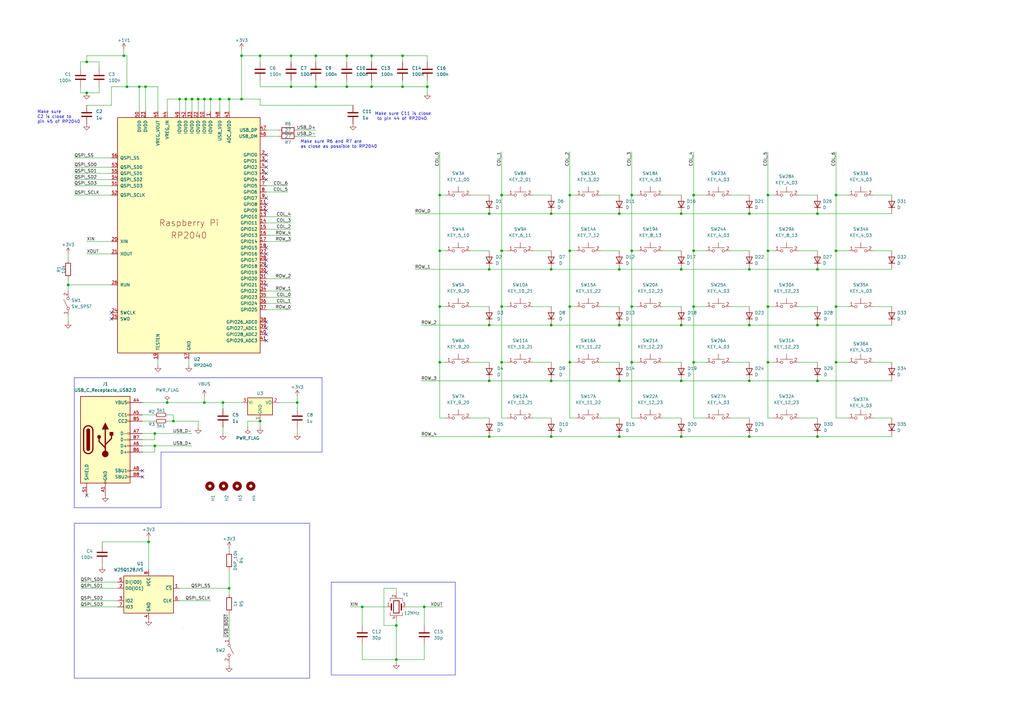
<source format=kicad_sch>
(kicad_sch (version 20231120) (generator "eeschema") (generator_version "8.0")
  (paper "A3")
  (junction (at 284.48 80.01))
  (junction (at 57.15 35.56))
  (junction (at 59.69 35.56))
  (junction (at 205.74 80.01))
  (junction (at 78.74 40.64))
  (junction (at 162.56 256.54))
  (junction (at 60.96 222.25))
  (junction (at 35.56 38.1))
  (junction (at 71.12 172.72))
  (junction (at 254 133.35))
  (junction (at 233.68 102.87))
  (junction (at 307.34 110.49))
  (junction (at 76.2 40.64))
  (junction (at 180.34 148.59))
  (junction (at 121.92 165.1))
  (junction (at 86.36 40.64))
  (junction (at 342.9 125.73))
  (junction (at 279.4 87.63))
  (junction (at 165.1 35.56))
  (junction (at 335.28 179.07))
  (junction (at 205.74 102.87))
  (junction (at 73.66 40.64))
  (junction (at 99.06 22.86))
  (junction (at 106.68 172.72))
  (junction (at 119.38 22.86))
  (junction (at 35.56 25.4))
  (junction (at 63.5 177.8))
  (junction (at 175.26 35.56))
  (junction (at 233.68 148.59))
  (junction (at 90.17 40.64))
  (junction (at 162.56 270.51))
  (junction (at 226.06 179.07))
  (junction (at 342.9 148.59))
  (junction (at 254 179.07))
  (junction (at 173.99 248.92))
  (junction (at 307.34 133.35))
  (junction (at 205.74 148.59))
  (junction (at 342.9 80.01))
  (junction (at 279.4 133.35))
  (junction (at 119.38 35.56))
  (junction (at 83.82 40.64))
  (junction (at 226.06 133.35))
  (junction (at 205.74 125.73))
  (junction (at 254 156.21))
  (junction (at 279.4 110.49))
  (junction (at 307.34 179.07))
  (junction (at 50.8 22.86))
  (junction (at 259.08 125.73))
  (junction (at 152.4 22.86))
  (junction (at 335.28 156.21))
  (junction (at 314.96 148.59))
  (junction (at 284.48 125.73))
  (junction (at 279.4 156.21))
  (junction (at 254 87.63))
  (junction (at 142.24 35.56))
  (junction (at 68.58 165.1))
  (junction (at 129.54 35.56))
  (junction (at 233.68 80.01))
  (junction (at 52.07 35.56))
  (junction (at 180.34 125.73))
  (junction (at 27.94 116.84))
  (junction (at 314.96 102.87))
  (junction (at 342.9 102.87))
  (junction (at 142.24 22.86))
  (junction (at 314.96 125.73))
  (junction (at 165.1 22.86))
  (junction (at 91.44 165.1))
  (junction (at 259.08 148.59))
  (junction (at 200.66 87.63))
  (junction (at 93.98 40.64))
  (junction (at 81.28 40.64))
  (junction (at 129.54 22.86))
  (junction (at 335.28 87.63))
  (junction (at 200.66 156.21))
  (junction (at 259.08 102.87))
  (junction (at 226.06 156.21))
  (junction (at 200.66 110.49))
  (junction (at 152.4 35.56))
  (junction (at 180.34 102.87))
  (junction (at 284.48 102.87))
  (junction (at 180.34 80.01))
  (junction (at 200.66 133.35))
  (junction (at 279.4 179.07))
  (junction (at 148.59 248.92))
  (junction (at 307.34 87.63))
  (junction (at 307.34 156.21))
  (junction (at 200.66 179.07))
  (junction (at 226.06 87.63))
  (junction (at 93.98 241.3))
  (junction (at 254 110.49))
  (junction (at 226.06 110.49))
  (junction (at 233.68 125.73))
  (junction (at 259.08 80.01))
  (junction (at 284.48 148.59))
  (junction (at 314.96 80.01))
  (junction (at 83.82 165.1))
  (junction (at 106.68 22.86))
  (junction (at 99.06 40.64))
  (junction (at 335.28 110.49))
  (junction (at 63.5 182.88))
  (junction (at 335.28 133.35))
  (no_connect (at 109.22 137.16))
  (no_connect (at 109.22 63.5))
  (no_connect (at 109.22 111.76))
  (no_connect (at 109.22 109.22))
  (no_connect (at 109.22 66.04))
  (no_connect (at 109.22 68.58))
  (no_connect (at 109.22 86.36))
  (no_connect (at 109.22 132.08))
  (no_connect (at 35.56 203.2))
  (no_connect (at 109.22 83.82))
  (no_connect (at 109.22 73.66))
  (no_connect (at 58.42 193.04))
  (no_connect (at 45.72 128.27))
  (no_connect (at 109.22 139.7))
  (no_connect (at 109.22 106.68))
  (no_connect (at 58.42 195.58))
  (no_connect (at 109.22 104.14))
  (no_connect (at 109.22 101.6))
  (no_connect (at 109.22 81.28))
  (no_connect (at 109.22 116.84))
  (no_connect (at 109.22 134.62))
  (no_connect (at 45.72 130.81))
  (no_connect (at 109.22 71.12))
  (wire (pts (xy 233.68 171.45) (xy 236.22 171.45)))
  (wire (pts (xy 30.48 76.2) (xy 45.72 76.2)))
  (wire (pts (xy 314.96 148.59) (xy 314.96 171.45)))
  (wire (pts (xy 254 179.07) (xy 279.4 179.07)))
  (wire (pts (xy 233.68 62.23) (xy 233.68 80.01)))
  (wire (pts (xy 165.1 35.56) (xy 175.26 35.56)))
  (polyline (pts (xy 30.48 278.13) (xy 127 278.13)))
  (wire (pts (xy 205.74 62.23) (xy 205.74 80.01)))
  (wire (pts (xy 58.42 170.18) (xy 63.5 170.18)))
  (wire (pts (xy 90.17 40.64) (xy 90.17 45.72)))
  (wire (pts (xy 57.15 35.56) (xy 57.15 45.72)))
  (wire (pts (xy 142.24 22.86) (xy 142.24 25.4)))
  (wire (pts (xy 218.44 148.59) (xy 226.06 148.59)))
  (wire (pts (xy 342.9 62.23) (xy 342.9 80.01)))
  (wire (pts (xy 93.98 40.64) (xy 90.17 40.64)))
  (polyline (pts (xy 30.48 154.94) (xy 30.48 157.48)))
  (wire (pts (xy 271.78 148.59) (xy 279.4 148.59)))
  (wire (pts (xy 180.34 171.45) (xy 182.88 171.45)))
  (wire (pts (xy 259.08 102.87) (xy 259.08 125.73)))
  (wire (pts (xy 246.38 171.45) (xy 254 171.45)))
  (wire (pts (xy 218.44 102.87) (xy 226.06 102.87)))
  (wire (pts (xy 193.04 102.87) (xy 200.66 102.87)))
  (wire (pts (xy 63.5 177.8) (xy 78.74 177.8)))
  (wire (pts (xy 284.48 62.23) (xy 284.48 80.01)))
  (wire (pts (xy 259.08 80.01) (xy 259.08 102.87)))
  (polyline (pts (xy 74.93 257.81) (xy 74.93 257.81)))
  (wire (pts (xy 99.06 40.64) (xy 106.68 40.64)))
  (wire (pts (xy 52.07 35.56) (xy 57.15 35.56)))
  (wire (pts (xy 30.48 68.58) (xy 45.72 68.58)))
  (wire (pts (xy 299.72 171.45) (xy 307.34 171.45)))
  (wire (pts (xy 58.42 165.1) (xy 68.58 165.1)))
  (wire (pts (xy 259.08 102.87) (xy 261.62 102.87)))
  (wire (pts (xy 342.9 148.59) (xy 347.98 148.59)))
  (wire (pts (xy 33.02 27.94) (xy 33.02 25.4)))
  (wire (pts (xy 233.68 80.01) (xy 236.22 80.01)))
  (wire (pts (xy 284.48 171.45) (xy 289.56 171.45)))
  (wire (pts (xy 78.74 45.72) (xy 78.74 40.64)))
  (wire (pts (xy 148.59 270.51) (xy 162.56 270.51)))
  (wire (pts (xy 307.34 110.49) (xy 335.28 110.49)))
  (wire (pts (xy 48.26 238.76) (xy 33.02 238.76)))
  (wire (pts (xy 327.66 80.01) (xy 335.28 80.01)))
  (wire (pts (xy 358.14 171.45) (xy 365.76 171.45)))
  (wire (pts (xy 58.42 180.34) (xy 63.5 180.34)))
  (wire (pts (xy 60.96 222.25) (xy 60.96 233.68)))
  (wire (pts (xy 299.72 148.59) (xy 307.34 148.59)))
  (wire (pts (xy 81.28 172.72) (xy 81.28 175.26)))
  (wire (pts (xy 284.48 148.59) (xy 284.48 171.45)))
  (wire (pts (xy 63.5 182.88) (xy 78.74 182.88)))
  (wire (pts (xy 40.64 25.4) (xy 40.64 27.94)))
  (wire (pts (xy 68.58 40.64) (xy 73.66 40.64)))
  (wire (pts (xy 289.56 125.73) (xy 284.48 125.73)))
  (wire (pts (xy 205.74 102.87) (xy 205.74 125.73)))
  (wire (pts (xy 106.68 22.86) (xy 119.38 22.86)))
  (wire (pts (xy 170.18 110.49) (xy 200.66 110.49)))
  (wire (pts (xy 58.42 185.42) (xy 63.5 185.42)))
  (polyline (pts (xy 30.48 257.81) (xy 30.48 278.13)))
  (wire (pts (xy 99.06 22.86) (xy 106.68 22.86)))
  (wire (pts (xy 27.94 129.54) (xy 27.94 132.08)))
  (wire (pts (xy 165.1 22.86) (xy 175.26 22.86)))
  (wire (pts (xy 109.22 53.34) (xy 114.3 53.34)))
  (wire (pts (xy 119.38 22.86) (xy 119.38 25.4)))
  (wire (pts (xy 246.38 102.87) (xy 254 102.87)))
  (wire (pts (xy 71.12 172.72) (xy 68.58 172.72)))
  (polyline (pts (xy 127 257.81) (xy 127 257.81)))
  (wire (pts (xy 106.68 43.18) (xy 144.78 43.18)))
  (wire (pts (xy 68.58 170.18) (xy 71.12 170.18)))
  (polyline (pts (xy 186.69 276.86) (xy 186.69 238.76)))
  (wire (pts (xy 27.94 104.14) (xy 27.94 106.68)))
  (wire (pts (xy 279.4 179.07) (xy 307.34 179.07)))
  (wire (pts (xy 152.4 22.86) (xy 165.1 22.86)))
  (wire (pts (xy 226.06 133.35) (xy 254 133.35)))
  (wire (pts (xy 162.56 241.3) (xy 157.48 241.3)))
  (wire (pts (xy 109.22 99.06) (xy 119.38 99.06)))
  (wire (pts (xy 200.66 179.07) (xy 226.06 179.07)))
  (wire (pts (xy 109.22 127) (xy 119.38 127)))
  (polyline (pts (xy 127 226.06) (xy 127 250.19)))
  (wire (pts (xy 119.38 35.56) (xy 129.54 35.56)))
  (wire (pts (xy 64.77 35.56) (xy 64.77 45.72)))
  (wire (pts (xy 226.06 156.21) (xy 254 156.21)))
  (wire (pts (xy 314.96 102.87) (xy 314.96 125.73)))
  (wire (pts (xy 173.99 248.92) (xy 181.61 248.92)))
  (wire (pts (xy 299.72 125.73) (xy 307.34 125.73)))
  (polyline (pts (xy 135.89 276.86) (xy 186.69 276.86)))
  (wire (pts (xy 173.99 264.16) (xy 173.99 270.51)))
  (wire (pts (xy 77.47 147.32) (xy 77.47 149.86)))
  (wire (pts (xy 109.22 55.88) (xy 114.3 55.88)))
  (wire (pts (xy 342.9 125.73) (xy 342.9 148.59)))
  (polyline (pts (xy 74.93 214.63) (xy 125.73 214.63)))
  (wire (pts (xy 41.91 222.25) (xy 41.91 223.52)))
  (wire (pts (xy 58.42 177.8) (xy 63.5 177.8)))
  (wire (pts (xy 314.96 148.59) (xy 317.5 148.59)))
  (polyline (pts (xy 66.04 208.28) (xy 66.04 185.42)))
  (wire (pts (xy 86.36 40.64) (xy 90.17 40.64)))
  (wire (pts (xy 52.07 35.56) (xy 52.07 22.86)))
  (wire (pts (xy 327.66 125.73) (xy 335.28 125.73)))
  (wire (pts (xy 205.74 125.73) (xy 205.74 148.59)))
  (wire (pts (xy 170.18 87.63) (xy 200.66 87.63)))
  (polyline (pts (xy 127 214.63) (xy 127 226.06)))
  (wire (pts (xy 335.28 110.49) (xy 365.76 110.49)))
  (wire (pts (xy 121.92 162.56) (xy 121.92 165.1)))
  (wire (pts (xy 33.02 38.1) (xy 35.56 38.1)))
  (wire (pts (xy 60.96 222.25) (xy 41.91 222.25)))
  (wire (pts (xy 48.26 248.92) (xy 33.02 248.92)))
  (wire (pts (xy 342.9 148.59) (xy 342.9 171.45)))
  (wire (pts (xy 246.38 80.01) (xy 254 80.01)))
  (wire (pts (xy 342.9 80.01) (xy 342.9 102.87)))
  (wire (pts (xy 233.68 80.01) (xy 233.68 102.87)))
  (wire (pts (xy 106.68 172.72) (xy 106.68 175.26)))
  (wire (pts (xy 121.92 165.1) (xy 121.92 167.64)))
  (wire (pts (xy 93.98 40.64) (xy 93.98 45.72)))
  (wire (pts (xy 254 133.35) (xy 279.4 133.35)))
  (wire (pts (xy 76.2 45.72) (xy 76.2 40.64)))
  (wire (pts (xy 246.38 148.59) (xy 254 148.59)))
  (wire (pts (xy 233.68 102.87) (xy 233.68 125.73)))
  (wire (pts (xy 142.24 35.56) (xy 152.4 35.56)))
  (wire (pts (xy 299.72 102.87) (xy 307.34 102.87)))
  (wire (pts (xy 99.06 40.64) (xy 93.98 40.64)))
  (wire (pts (xy 175.26 33.02) (xy 175.26 35.56)))
  (wire (pts (xy 109.22 91.44) (xy 119.38 91.44)))
  (wire (pts (xy 284.48 125.73) (xy 284.48 148.59)))
  (wire (pts (xy 200.66 133.35) (xy 226.06 133.35)))
  (wire (pts (xy 314.96 171.45) (xy 317.5 171.45)))
  (wire (pts (xy 109.22 78.74) (xy 118.11 78.74)))
  (wire (pts (xy 233.68 148.59) (xy 236.22 148.59)))
  (wire (pts (xy 158.75 248.92) (xy 148.59 248.92)))
  (wire (pts (xy 162.56 270.51) (xy 173.99 270.51)))
  (wire (pts (xy 68.58 165.1) (xy 83.82 165.1)))
  (wire (pts (xy 76.2 40.64) (xy 78.74 40.64)))
  (wire (pts (xy 35.56 104.14) (xy 45.72 104.14)))
  (wire (pts (xy 193.04 80.01) (xy 200.66 80.01)))
  (wire (pts (xy 172.72 156.21) (xy 200.66 156.21)))
  (wire (pts (xy 83.82 45.72) (xy 83.82 40.64)))
  (wire (pts (xy 335.28 156.21) (xy 365.76 156.21)))
  (wire (pts (xy 279.4 87.63) (xy 254 87.63)))
  (wire (pts (xy 30.48 64.77) (xy 45.72 64.77)))
  (wire (pts (xy 205.74 102.87) (xy 208.28 102.87)))
  (wire (pts (xy 52.07 22.86) (xy 50.8 22.86)))
  (wire (pts (xy 205.74 80.01) (xy 205.74 102.87)))
  (wire (pts (xy 314.96 125.73) (xy 314.96 148.59)))
  (wire (pts (xy 143.51 248.92) (xy 148.59 248.92)))
  (polyline (pts (xy 132.08 154.94) (xy 30.48 154.94)))
  (wire (pts (xy 91.44 175.26) (xy 91.44 177.8)))
  (wire (pts (xy 109.22 124.46) (xy 119.38 124.46)))
  (wire (pts (xy 175.26 35.56) (xy 175.26 38.1)))
  (polyline (pts (xy 132.08 185.42) (xy 132.08 154.94)))
  (wire (pts (xy 121.92 55.88) (xy 129.54 55.88)))
  (wire (pts (xy 279.4 156.21) (xy 307.34 156.21)))
  (wire (pts (xy 30.48 71.12) (xy 45.72 71.12)))
  (wire (pts (xy 259.08 148.59) (xy 259.08 171.45)))
  (wire (pts (xy 106.68 25.4) (xy 106.68 22.86)))
  (wire (pts (xy 162.56 256.54) (xy 162.56 270.51)))
  (wire (pts (xy 165.1 22.86) (xy 165.1 25.4)))
  (wire (pts (xy 68.58 45.72) (xy 68.58 40.64)))
  (wire (pts (xy 73.66 241.3) (xy 93.98 241.3)))
  (wire (pts (xy 109.22 88.9) (xy 119.38 88.9)))
  (wire (pts (xy 307.34 133.35) (xy 335.28 133.35)))
  (wire (pts (xy 342.9 171.45) (xy 347.98 171.45)))
  (wire (pts (xy 299.72 80.01) (xy 307.34 80.01)))
  (wire (pts (xy 33.02 35.56) (xy 33.02 38.1)))
  (polyline (pts (xy 30.48 157.48) (xy 30.48 208.28)))
  (wire (pts (xy 30.48 73.66) (xy 45.72 73.66)))
  (wire (pts (xy 109.22 76.2) (xy 118.11 76.2)))
  (wire (pts (xy 106.68 40.64) (xy 106.68 43.18)))
  (wire (pts (xy 109.22 96.52) (xy 119.38 96.52)))
  (wire (pts (xy 33.02 25.4) (xy 35.56 25.4)))
  (wire (pts (xy 218.44 125.73) (xy 226.06 125.73)))
  (wire (pts (xy 119.38 33.02) (xy 119.38 35.56)))
  (wire (pts (xy 27.94 116.84) (xy 27.94 119.38)))
  (wire (pts (xy 166.37 248.92) (xy 173.99 248.92)))
  (wire (pts (xy 226.06 179.07) (xy 254 179.07)))
  (wire (pts (xy 35.56 22.86) (xy 50.8 22.86)))
  (wire (pts (xy 35.56 99.06) (xy 45.72 99.06)))
  (wire (pts (xy 279.4 110.49) (xy 307.34 110.49)))
  (polyline (pts (xy 135.89 238.76) (xy 186.69 238.76)))
  (wire (pts (xy 193.04 125.73) (xy 200.66 125.73)))
  (wire (pts (xy 358.14 148.59) (xy 365.76 148.59)))
  (wire (pts (xy 109.22 119.38) (xy 119.38 119.38)))
  (wire (pts (xy 148.59 248.92) (xy 148.59 256.54)))
  (wire (pts (xy 109.22 93.98) (xy 119.38 93.98)))
  (polyline (pts (xy 135.89 238.76) (xy 135.89 276.86)))
  (wire (pts (xy 200.66 87.63) (xy 226.06 87.63)))
  (wire (pts (xy 327.66 102.87) (xy 335.28 102.87)))
  (wire (pts (xy 121.92 175.26) (xy 121.92 177.8)))
  (polyline (pts (xy 30.48 208.28) (xy 66.04 208.28)))
  (wire (pts (xy 259.08 62.23) (xy 259.08 80.01)))
  (wire (pts (xy 73.66 45.72) (xy 73.66 40.64)))
  (wire (pts (xy 259.08 171.45) (xy 261.62 171.45)))
  (wire (pts (xy 284.48 148.59) (xy 289.56 148.59)))
  (wire (pts (xy 314.96 80.01) (xy 317.5 80.01)))
  (wire (pts (xy 109.22 114.3) (xy 119.38 114.3)))
  (wire (pts (xy 129.54 22.86) (xy 129.54 25.4)))
  (wire (pts (xy 205.74 125.73) (xy 208.28 125.73)))
  (wire (pts (xy 63.5 185.42) (xy 63.5 182.88)))
  (wire (pts (xy 342.9 102.87) (xy 342.9 125.73)))
  (wire (pts (xy 205.74 80.01) (xy 208.28 80.01)))
  (wire (pts (xy 93.98 224.79) (xy 93.98 226.06)))
  (wire (pts (xy 271.78 171.45) (xy 279.4 171.45)))
  (polyline (pts (xy 74.93 214.63) (xy 74.93 214.63)))
  (wire (pts (xy 101.6 172.72) (xy 106.68 172.72)))
  (wire (pts (xy 27.94 114.3) (xy 27.94 116.84)))
  (wire (pts (xy 101.6 175.26) (xy 101.6 172.72)))
  (wire (pts (xy 200.66 110.49) (xy 226.06 110.49)))
  (wire (pts (xy 279.4 87.63) (xy 307.34 87.63)))
  (wire (pts (xy 233.68 125.73) (xy 236.22 125.73)))
  (wire (pts (xy 180.34 125.73) (xy 180.34 148.59)))
  (wire (pts (xy 284.48 80.01) (xy 284.48 102.87)))
  (wire (pts (xy 157.48 241.3) (xy 157.48 256.54)))
  (wire (pts (xy 121.92 53.34) (xy 129.54 53.34)))
  (wire (pts (xy 284.48 102.87) (xy 289.56 102.87)))
  (wire (pts (xy 27.94 116.84) (xy 45.72 116.84)))
  (wire (pts (xy 335.28 179.07) (xy 365.76 179.07)))
  (wire (pts (xy 254 110.49) (xy 279.4 110.49)))
  (wire (pts (xy 57.15 35.56) (xy 59.69 35.56)))
  (wire (pts (xy 78.74 40.64) (xy 81.28 40.64)))
  (wire (pts (xy 86.36 246.38) (xy 73.66 246.38)))
  (wire (pts (xy 175.26 22.86) (xy 175.26 25.4)))
  (polyline (pts (xy 127 278.13) (xy 127 257.81)))
  (wire (pts (xy 205.74 148.59) (xy 208.28 148.59)))
  (wire (pts (xy 233.68 148.59) (xy 233.68 171.45)))
  (wire (pts (xy 162.56 270.51) (xy 162.56 271.78)))
  (wire (pts (xy 271.78 80.01) (xy 279.4 80.01)))
  (wire (pts (xy 157.48 256.54) (xy 162.56 256.54)))
  (wire (pts (xy 165.1 33.02) (xy 165.1 35.56)))
  (wire (pts (xy 347.98 125.73) (xy 342.9 125.73)))
  (wire (pts (xy 35.56 25.4) (xy 35.56 22.86)))
  (wire (pts (xy 45.72 35.56) (xy 45.72 43.18)))
  (wire (pts (xy 152.4 33.02) (xy 152.4 35.56)))
  (wire (pts (xy 35.56 43.18) (xy 45.72 43.18)))
  (wire (pts (xy 259.08 125.73) (xy 261.62 125.73)))
  (wire (pts (xy 45.72 35.56) (xy 52.07 35.56)))
  (wire (pts (xy 152.4 35.56) (xy 165.1 35.56)))
  (wire (pts (xy 50.8 20.32) (xy 50.8 22.86)))
  (wire (pts (xy 180.34 80.01) (xy 180.34 102.87)))
  (wire (pts (xy 314.96 80.01) (xy 314.96 102.87)))
  (wire (pts (xy 106.68 33.02) (xy 106.68 35.56)))
  (wire (pts (xy 335.28 133.35) (xy 365.76 133.35)))
  (polyline (pts (xy 66.04 185.42) (xy 132.08 185.42)))
  (wire (pts (xy 200.66 156.21) (xy 226.06 156.21)))
  (wire (pts (xy 129.54 35.56) (xy 142.24 35.56)))
  (polyline (pts (xy 30.48 257.81) (xy 30.48 214.63)))
  (wire (pts (xy 246.38 125.73) (xy 254 125.73)))
  (wire (pts (xy 327.66 148.59) (xy 335.28 148.59)))
  (wire (pts (xy 284.48 80.01) (xy 289.56 80.01)))
  (wire (pts (xy 63.5 180.34) (xy 63.5 177.8)))
  (wire (pts (xy 342.9 102.87) (xy 347.98 102.87)))
  (wire (pts (xy 254 156.21) (xy 279.4 156.21)))
  (wire (pts (xy 99.06 22.86) (xy 99.06 40.64)))
  (wire (pts (xy 48.26 241.3) (xy 33.02 241.3)))
  (wire (pts (xy 93.98 251.46) (xy 93.98 261.62)))
  (wire (pts (xy 233.68 102.87) (xy 236.22 102.87)))
  (wire (pts (xy 129.54 22.86) (xy 142.24 22.86)))
  (wire (pts (xy 83.82 165.1) (xy 91.44 165.1)))
  (wire (pts (xy 35.56 38.1) (xy 40.64 38.1)))
  (wire (pts (xy 226.06 110.49) (xy 254 110.49)))
  (wire (pts (xy 335.28 87.63) (xy 365.76 87.63)))
  (wire (pts (xy 83.82 40.64) (xy 86.36 40.64)))
  (wire (pts (xy 86.36 45.72) (xy 86.36 40.64)))
  (wire (pts (xy 226.06 87.63) (xy 254 87.63)))
  (wire (pts (xy 358.14 125.73) (xy 365.76 125.73)))
  (wire (pts (xy 71.12 172.72) (xy 81.28 172.72)))
  (wire (pts (xy 91.44 165.1) (xy 99.06 165.1)))
  (wire (pts (xy 307.34 156.21) (xy 335.28 156.21)))
  (wire (pts (xy 180.34 125.73) (xy 182.88 125.73)))
  (wire (pts (xy 180.34 148.59) (xy 182.88 148.59)))
  (wire (pts (xy 83.82 162.56) (xy 83.82 165.1)))
  (wire (pts (xy 73.66 40.64) (xy 76.2 40.64)))
  (wire (pts (xy 71.12 170.18) (xy 71.12 172.72)))
  (wire (pts (xy 129.54 33.02) (xy 129.54 35.56)))
  (wire (pts (xy 162.56 256.54) (xy 162.56 254)))
  (wire (pts (xy 180.34 62.23) (xy 180.34 80.01)))
  (wire (pts (xy 93.98 241.3) (xy 93.98 243.84)))
  (wire (pts (xy 142.24 22.86) (xy 152.4 22.86)))
  (wire (pts (xy 233.68 125.73) (xy 233.68 148.59)))
  (wire (pts (xy 173.99 248.92) (xy 173.99 256.54)))
  (wire (pts (xy 59.69 35.56) (xy 64.77 35.56)))
  (wire (pts (xy 109.22 121.92) (xy 119.38 121.92)))
  (polyline (pts (xy 125.73 214.63) (xy 127 214.63)))
  (wire (pts (xy 218.44 80.01) (xy 226.06 80.01)))
  (wire (pts (xy 307.34 87.63) (xy 335.28 87.63)))
  (wire (pts (xy 93.98 271.78) (xy 93.98 273.05)))
  (wire (pts (xy 271.78 125.73) (xy 279.4 125.73)))
  (wire (pts (xy 93.98 233.68) (xy 93.98 241.3)))
  (polyline (pts (xy 127 250.19) (xy 127 257.81)))
  (wire (pts (xy 41.91 231.14) (xy 41.91 232.41)))
  (wire (pts (xy 193.04 171.45) (xy 200.66 171.45)))
  (wire (pts (xy 152.4 22.86) (xy 152.4 25.4)))
  (wire (pts (xy 172.72 179.07) (xy 200.66 179.07)))
  (wire (pts (xy 60.96 220.98) (xy 60.96 222.25)))
  (wire (pts (xy 180.34 148.59) (xy 180.34 171.45)))
  (wire (pts (xy 106.68 35.56) (xy 119.38 35.56)))
  (wire (pts (xy 218.44 171.45) (xy 226.06 171.45)))
  (wire (pts (xy 64.77 147.32) (xy 64.77 149.86)))
  (wire (pts (xy 180.34 80.01) (xy 182.88 80.01)))
  (wire (pts (xy 279.4 133.35) (xy 307.34 133.35)))
  (wire (pts (xy 307.34 179.07) (xy 335.28 179.07)))
  (polyline (pts (xy 74.93 214.63) (xy 30.48 214.63)))
  (wire (pts (xy 91.44 167.64) (xy 91.44 165.1)))
  (wire (pts (xy 193.04 148.59) (xy 200.66 148.59)))
  (wire (pts (xy 81.28 40.64) (xy 83.82 40.64)))
  (wire (pts (xy 327.66 171.45) (xy 335.28 171.45)))
  (wire (pts (xy 172.72 133.35) (xy 200.66 133.35)))
  (wire (pts (xy 148.59 264.16) (xy 148.59 270.51)))
  (wire (pts (xy 40.64 35.56) (xy 40.64 38.1)))
  (wire (pts (xy 205.74 148.59) (xy 205.74 171.45)))
  (wire (pts (xy 35.56 25.4) (xy 40.64 25.4)))
  (wire (pts (xy 114.3 165.1) (xy 121.92 165.1)))
  (wire (pts (xy 342.9 80.01) (xy 347.98 80.01)))
  (wire (pts (xy 358.14 80.01) (xy 365.76 80.01)))
  (wire (pts (xy 259.08 80.01) (xy 261.62 80.01)))
  (wire (pts (xy 58.42 182.88) (xy 63.5 182.88)))
  (wire (pts (xy 119.38 22.86) (xy 129.54 22.86)))
  (wire (pts (xy 358.14 102.87) (xy 365.76 102.87)))
  (wire (pts (xy 48.26 246.38) (xy 33.02 246.38)))
  (wire (pts (xy 58.42 172.72) (xy 63.5 172.72)))
  (wire (pts (xy 284.48 102.87) (xy 284.48 125.73)))
  (wire (pts (xy 205.74 171.45) (xy 208.28 171.45)))
  (wire (pts (xy 180.34 102.87) (xy 182.88 102.87)))
  (wire (pts (xy 259.08 148.59) (xy 261.62 148.59)))
  (wire (pts (xy 162.56 243.84) (xy 162.56 241.3)))
  (wire (pts (xy 59.69 35.56) (xy 59.69 45.72)))
  (wire (pts (xy 271.78 102.87) (xy 279.4 102.87)))
  (wire (pts (xy 314.96 102.87) (xy 317.5 102.87)))
  (wire (pts (xy 314.96 125.73) (xy 317.5 125.73)))
  (wire (pts (xy 81.28 45.72) (xy 81.28 40.64)))
  (wire (pts (xy 259.08 125.73) (xy 259.08 148.59)))
  (wire (pts (xy 180.34 102.87) (xy 180.34 125.73)))
  (wire (pts (xy 142.24 33.02) (xy 142.24 35.56)))
  (wire (pts (xy 99.06 20.32) (xy 99.06 22.86)))
  (wire (pts (xy 30.48 80.01) (xy 45.72 80.01)))
  (wire (pts (xy 314.96 62.23) (xy 314.96 80.01)))
  (text "Make sure \nC2 is close to\npin 45 of RP2040" (at 15.24 50.8 0) (effects (font (size 1.27 1.27)) (justify left bottom)))
  (text "Make sure C11 is close\n to pin 44 of RP2040" (at 153.67 49.53 0) (effects (font (size 1.27 1.27)) (justify left bottom)))
  (text "Make sure R6 and R7 are \nas close as possible to RP2040" (at 123.19 60.96 0) (effects (font (size 1.27 1.27)) (justify left bottom)))
  (label "ROW_2" (at 119.38 114.3 180))
  (label "COL_6" (at 342.9 62.23 270))
  (label "COL_4" (at 284.48 62.23 270))
  (label "ROW_2" (at 172.72 133.35 0))
  (label "ROW_0" (at 170.18 87.63 0))
  (label "COL_0" (at 119.38 121.92 180))
  (label "COL_2" (at 119.38 93.98 180))
  (label "QSPI_SCLK" (at 30.48 80.01 0))
  (label "QSPI_SS" (at 86.36 241.3 180))
  (label "XIN" (at 143.51 248.92 0))
  (label "ROW_3" (at 119.38 99.06 180))
  (label "ROW_1" (at 119.38 119.38 180))
  (label "COL_3" (at 119.38 91.44 180))
  (label "COL_6" (at 118.11 76.2 180))
  (label "USB_D-" (at 129.54 55.88 180))
  (label "XIN" (at 35.56 99.06 0))
  (label "QSPI_SD1" (at 33.02 241.3 0))
  (label "USB_D-" (at 78.74 177.8 180))
  (label "USB_D+" (at 78.74 182.88 180))
  (label "QSPI_SD3" (at 30.48 76.2 0))
  (label "XOUT" (at 181.61 248.92 180))
  (label "QSPI_SD2" (at 33.02 246.38 0))
  (label "ROW_3" (at 172.72 156.21 0))
  (label "QSPI_SD0" (at 33.02 238.76 0))
  (label "COL_0" (at 180.34 62.23 270))
  (label "QSPI_SD0" (at 30.48 68.58 0))
  (label "QSPI_SD2" (at 30.48 73.66 0))
  (label "ROW_1" (at 170.18 110.49 0))
  (label "QSPI_SS" (at 30.48 64.77 0))
  (label "QSPI_SD3" (at 33.02 248.92 0))
  (label "QSPI_SD1" (at 30.48 71.12 0))
  (label "QSPI_SCLK" (at 86.36 246.38 180))
  (label "ROW_0" (at 119.38 127 180))
  (label "~{USB_BOOT}" (at 93.98 261.62 90))
  (label "COL_4" (at 119.38 88.9 180))
  (label "ROW_4" (at 172.72 179.07 0))
  (label "COL_1" (at 205.74 62.23 270))
  (label "COL_3" (at 259.08 62.23 270))
  (label "COL_2" (at 233.68 62.23 270))
  (label "COL_1" (at 119.38 124.46 180))
  (label "USB_D+" (at 129.54 53.34 180))
  (label "COL_5" (at 314.96 62.23 270))
  (label "XOUT" (at 35.56 104.14 0))
  (label "COL_5" (at 118.11 78.74 180))
  (label "ROW_4" (at 119.38 96.52 180))
  (symbol (lib_id "keebio:MX_LED") (at 187.96 171.45 0) (unit 1)
    (property "Reference" "SW7" (at 187.96 162.56 0))
    (property "Value" "KEY_9_20" (at 187.96 165.1 0))
    (property "Footprint" "hotswap_socket_symbol:Kailh_socket_MX" (effects (hide yes)))
  )
  (symbol (lib_id "Memory_Flash:W25Q128JVS") (at 60.96 243.84 0) (mirror y) (unit 1)
    (property "Reference" "U1" (at 58.9406 231.14 0) (effects (justify left)))
    (property "Value" "W25Q128JVS" (at 58.9406 233.68 0) (effects (justify left)))
    (property "Footprint" "Package_SO:SOIC-8_5.23x5.23mm_P1.27mm" (effects (hide yes)))
    (property "Datasheet" "http://www.winbond.com/resource-files/w25q128jv_dtr%20revc%2003272018%20plus.pdf" (effects (hide yes)))
  )
  (symbol (lib_id "Device:R_Small") (at 66.04 172.72 90) (mirror x) (unit 1)
    (property "Reference" "R3" (at 62.23 173.99 90))
    (property "Value" "5k1" (at 66.04 174.625 90))
    (property "Footprint" "Resistor_SMD:R_0402_1005Metric" (effects (hide yes)))
  )
  (symbol (lib_id "keebio:MX_LED") (at 266.7 125.73 0) (unit 1)
    (property "Reference" "SW20" (at 266.7 116.84 0))
    (property "Value" "KEY_12_23" (at 266.7 119.38 0))
    (property "Footprint" "hotswap_socket_symbol:Kailh_socket_MX" (effects (hide yes)))
  )
  (symbol (lib_id "Device:D") (at 307.34 175.26 90) (unit 1)
    (property "Reference" "D25" (at 309.499 173.9899 90) (effects (justify right)))
    (property "Value" "D" (at 309.499 176.5299 90) (effects (justify right)))
    (property "Footprint" "Diode_SMD:D_SOD-323" (effects (hide yes)))
  )
  (symbol (lib_id "keebio:MX_LED") (at 353.06 80.01 0) (unit 1)
    (property "Reference" "SW33" (at 353.06 71.12 0))
    (property "Value" "KEY_4_03" (at 353.06 73.66 0))
    (property "Footprint" "hotswap_socket_symbol:Kailh_socket_MX" (effects (hide yes)))
  )
  (symbol (lib_id "Device:C") (at 173.99 260.35 0) (unit 1)
    (property "Reference" "C15" (at 177.927 259.0799 0) (effects (justify left)))
    (property "Value" "30p" (at 177.927 261.6199 0) (effects (justify left)))
    (property "Footprint" "Capacitor_SMD:C_0402_1005Metric" (effects (hide yes)))
  )
  (symbol (lib_id "Device:C") (at 33.02 31.75 0) (mirror x) (unit 1)
    (property "Reference" "C1" (at 29.21 30.4799 0) (effects (justify right)))
    (property "Value" "100n" (at 29.21 33.0199 0) (effects (justify right)))
    (property "Footprint" "Capacitor_SMD:C_0402_1005Metric" (effects (hide yes)))
  )
  (symbol (lib_id "keebio:MX_LED") (at 353.06 148.59 0) (unit 1)
    (property "Reference" "SW36" (at 353.06 140.97 0))
    (property "Value" "KEY_4_03" (at 353.06 143.51 0))
    (property "Footprint" "hotswap_socket_symbol:Kailh_socket_MX" (effects (hide yes)))
  )
  (symbol (lib_id "Device:C") (at 148.59 260.35 0) (unit 1)
    (property "Reference" "C12" (at 152.527 259.0799 0) (effects (justify left)))
    (property "Value" "30p" (at 152.527 261.6199 0) (effects (justify left)))
    (property "Footprint" "Capacitor_SMD:C_0402_1005Metric" (effects (hide yes)))
  )
  (symbol (lib_id "Device:C") (at 175.26 29.21 0) (unit 1)
    (property "Reference" "C16" (at 179.07 27.9399 0) (effects (justify left)))
    (property "Value" "100n" (at 179.07 30.4799 0) (effects (justify left)))
    (property "Footprint" "Capacitor_SMD:C_0402_1005Metric" (effects (hide yes)))
  )
  (symbol (lib_id "Mechanical:MountingHole") (at 97.282 199.39 270) (unit 1)
    (property "Reference" "H3" (at 98.5521 202.946 0) (effects (justify left)))
    (property "Value" "MountingHole" (effects (hide yes)))
    (property "Footprint" "MountingHole:MountingHole_2.2mm_M2" (effects (hide yes)))
  )
  (symbol (lib_id "power:GND") (at 175.26 38.1 0) (unit 1)
    (property "Reference" "#PWR023" (effects (hide yes)))
    (property "Value" "GND" (effects (hide yes)))
  )
  (symbol (lib_id "Device:D") (at 254 83.82 90) (unit 1)
    (property "Reference" "D11" (at 256.54 82.5499 90) (effects (justify right)))
    (property "Value" "D" (at 256.54 85.0899 90) (effects (justify right)))
    (property "Footprint" "Diode_SMD:D_SOD-323" (effects (hide yes)))
  )
  (symbol (lib_id "power:GND") (at 43.18 203.2 0) (unit 1)
    (property "Reference" "#PWR06" (effects (hide yes)))
    (property "Value" "GND" (effects (hide yes)))
  )
  (symbol (lib_id "keebio:MX_LED") (at 213.36 102.87 0) (unit 1)
    (property "Reference" "SW9" (at 213.36 93.98 0))
    (property "Value" "KEY_6_11" (at 213.36 96.52 0))
    (property "Footprint" "hotswap_socket_symbol:Kailh_socket_MX" (effects (hide yes)))
  )
  (symbol (lib_id "power:+3V3") (at 27.94 104.14 0) (unit 1)
    (property "Reference" "#PWR01" (effects (hide yes)))
    (property "Value" "+3V3" (at 27.94 100.33 0))
  )
  (symbol (lib_id "keebio:MX_LED") (at 241.3 148.59 0) (unit 1)
    (property "Reference" "SW16" (at 241.3 139.7 0))
    (property "Value" "KEY_11_22" (at 241.3 142.24 0))
    (property "Footprint" "hotswap_socket_symbol:Kailh_socket_MX" (effects (hide yes)))
  )
  (symbol (lib_id "Device:D") (at 200.66 175.26 90) (unit 1)
    (property "Reference" "D5" (at 203.835 173.9899 90) (effects (justify right)))
    (property "Value" "D" (at 203.835 176.5299 90) (effects (justify right)))
    (property "Footprint" "Diode_SMD:D_SOD-323" (effects (hide yes)))
  )
  (symbol (lib_id "Device:R") (at 118.11 53.34 90) (unit 1)
    (property "Reference" "R6" (at 118.11 50.8 90))
    (property "Value" "27" (at 118.11 53.34 90))
    (property "Footprint" "Resistor_SMD:R_0603_1608Metric" (effects (hide yes)))
  )
  (symbol (lib_id "keebio:MX_LED") (at 187.96 125.73 0) (unit 1)
    (property "Reference" "SW5" (at 187.96 116.84 0))
    (property "Value" "KEY_9_20" (at 187.96 119.38 0))
    (property "Footprint" "hotswap_socket_symbol:Kailh_socket_MX" (effects (hide yes)))
  )
  (symbol (lib_id "Device:C") (at 144.78 46.99 0) (unit 1)
    (property "Reference" "C11" (at 148.59 45.7199 0) (effects (justify left)))
    (property "Value" "1u" (at 148.59 48.2599 0) (effects (justify left)))
    (property "Footprint" "Capacitor_SMD:C_0402_1005Metric" (effects (hide yes)))
  )
  (symbol (lib_id "keebio:MX_LED") (at 213.36 80.01 0) (unit 1)
    (property "Reference" "SW8" (at 213.36 71.12 0))
    (property "Value" "KEY_2_01" (at 213.36 73.66 0))
    (property "Footprint" "hotswap_socket_symbol:Kailh_socket_MX" (effects (hide yes)))
  )
  (symbol (lib_id "Device:D") (at 365.76 106.68 90) (unit 1)
    (property "Reference" "D32" (at 367.919 105.4099 90) (effects (justify right)))
    (property "Value" "D" (at 367.919 107.9499 90) (effects (justify right)))
    (property "Footprint" "Diode_SMD:D_SOD-323" (effects (hide yes)))
  )
  (symbol (lib_id "power:+3V3") (at 99.06 20.32 0) (unit 1)
    (property "Reference" "#PWR017" (effects (hide yes)))
    (property "Value" "+3V3" (at 99.06 16.51 0))
  )
  (symbol (lib_id "power:GND") (at 77.47 149.86 0) (unit 1)
    (property "Reference" "#PWR011" (effects (hide yes)))
    (property "Value" "GND" (effects (hide yes)))
  )
  (symbol (lib_id "Device:D") (at 335.28 152.4 90) (unit 1)
    (property "Reference" "D29" (at 337.82 151.1299 90) (effects (justify right)))
    (property "Value" "D" (at 337.82 153.6699 90) (effects (justify right)))
    (property "Footprint" "Diode_SMD:D_SOD-323" (effects (hide yes)))
  )
  (symbol (lib_id "keebio:MX_LED") (at 266.7 102.87 0) (unit 1)
    (property "Reference" "SW19" (at 266.7 93.98 0))
    (property "Value" "KEY_8_13" (at 266.7 96.52 0))
    (property "Footprint" "hotswap_socket_symbol:Kailh_socket_MX" (effects (hide yes)))
  )
  (symbol (lib_id "keebio:MX_LED") (at 353.06 102.87 0) (unit 1)
    (property "Reference" "SW34" (at 353.06 93.98 0))
    (property "Value" "KEY_4_03" (at 353.06 96.52 0))
    (property "Footprint" "hotswap_socket_symbol:Kailh_socket_MX" (effects (hide yes)))
  )
  (symbol (lib_id "keebio:MX_LED") (at 241.3 125.73 0) (unit 1)
    (property "Reference" "SW15" (at 241.3 116.84 0))
    (property "Value" "KEY_11_22" (at 241.3 119.38 0))
    (property "Footprint" "hotswap_socket_symbol:Kailh_socket_MX" (effects (hide yes)))
  )
  (symbol (lib_id "power:VBUS") (at 83.82 162.56 0) (unit 1)
    (property "Reference" "#PWR013" (effects (hide yes)))
    (property "Value" "VBUS" (at 83.82 157.48 0))
  )
  (symbol (lib_id "Connector:USB_C_Receptacle_USB2.0") (at 43.18 180.34 0) (unit 1)
    (property "Reference" "J1" (at 43.18 157.48 0))
    (property "Value" "USB_C_Receptacle_USB2.0" (at 43.18 160.02 0))
    (property "Footprint" "Connector_USB:USB_C_Receptacle_XKB_U262-16XN-4BVC11" (effects (hide yes)))
    (property "Datasheet" "https://www.usb.org/sites/default/files/documents/usb_type-c.zip" (effects (hide yes)))
  )
  (symbol (lib_id "Switch:SW_SPST") (at 93.98 266.7 270) (unit 1)
    (property "Reference" "SW2" (at 92.456 266.7 90) (effects (justify right)))
    (property "Value" "SW_SPST" (effects (hide yes)))
    (property "Footprint" "Button_Switch_SMD:SW_Push_1P1T_XKB_TS-1187A" (effects (hide yes)))
  )
  (symbol (lib_id "power:+1V1") (at 50.8 20.32 0) (unit 1)
    (property "Reference" "#PWR07" (effects (hide yes)))
    (property "Value" "+1V1" (at 50.8 16.51 0))
  )
  (symbol (lib_id "power:GND") (at 144.78 50.8 0) (unit 1)
    (property "Reference" "#PWR021" (effects (hide yes)))
    (property "Value" "GND" (effects (hide yes)))
  )
  (symbol (lib_id "Device:Crystal_GND24") (at 162.56 248.92 0) (unit 1)
    (property "Reference" "Y1" (at 166.37 243.84 0))
    (property "Value" "12MHz" (at 168.91 251.46 0))
    (property "Footprint" "Crystal:Crystal_SMD_3225-4Pin_3.2x2.5mm" (effects (hide yes)))
  )
  (symbol (lib_id "Regulator_Linear:NCP1117-3.3_SOT223") (at 106.68 165.1 0) (unit 1)
    (property "Reference" "U3" (at 106.68 161.29 0))
    (property "Value" "NCP1117-3.3_SOT223" (effects (hide yes)))
    (property "Footprint" "Package_TO_SOT_SMD:SOT-23-3" (effects (hide yes)))
    (property "Datasheet" "http://www.onsemi.com/pub_link/Collateral/NCP1117-D.PDF" (effects (hide yes)))
    (property "JLCPCB_PART_NUMBER" "C5446" (effects (hide yes)))
  )
  (symbol (lib_id "power:GND") (at 35.56 50.8 0) (unit 1)
    (property "Reference" "#PWR04" (effects (hide yes)))
    (property "Value" "GND" (effects (hide yes)))
  )
  (symbol (lib_id "Device:C") (at 40.64 31.75 0) (unit 1)
    (property "Reference" "C3" (at 44.45 30.4799 0) (effects (justify left)))
    (property "Value" "100n" (at 44.45 33.0199 0) (effects (justify left)))
    (property "Footprint" "Capacitor_SMD:C_0402_1005Metric" (effects (hide yes)))
  )
  (symbol (lib_id "keebio:MX_LED") (at 266.7 171.45 0) (unit 1)
    (property "Reference" "SW22" (at 266.7 162.56 0))
    (property "Value" "KEY_12_23" (at 266.7 165.1 0))
    (property "Footprint" "hotswap_socket_symbol:Kailh_socket_MX" (effects (hide yes)))
  )
  (symbol (lib_id "power:+3V3") (at 93.98 224.79 0) (mirror y) (unit 1)
    (property "Reference" "#PWR015" (effects (hide yes)))
    (property "Value" "+3V3" (at 93.98 220.98 0))
  )
  (symbol (lib_id "Device:D") (at 335.28 106.68 90) (unit 1)
    (property "Reference" "D27" (at 337.439 105.4099 90) (effects (justify right)))
    (property "Value" "D" (at 337.439 107.9499 90) (effects (justify right)))
    (property "Footprint" "Diode_SMD:D_SOD-323" (effects (hide yes)))
  )
  (symbol (lib_id "Device:D") (at 254 129.54 90) (unit 1)
    (property "Reference" "D13" (at 256.54 128.2699 90) (effects (justify right)))
    (property "Value" "D" (at 256.54 130.8099 90) (effects (justify right)))
    (property "Footprint" "Diode_SMD:D_SOD-323" (effects (hide yes)))
  )
  (symbol (lib_id "Device:D") (at 279.4 129.54 90) (unit 1)
    (property "Reference" "D18" (at 281.94 128.2699 90) (effects (justify right)))
    (property "Value" "D" (at 281.94 130.8099 90) (effects (justify right)))
    (property "Footprint" "Diode_SMD:D_SOD-323" (effects (hide yes)))
  )
  (symbol (lib_id "keebio:MX_LED") (at 213.36 125.73 0) (unit 1)
    (property "Reference" "SW10" (at 213.36 116.84 0))
    (property "Value" "KEY_10_21" (at 213.36 119.38 0))
    (property "Footprint" "hotswap_socket_symbol:Kailh_socket_MX" (effects (hide yes)))
  )
  (symbol (lib_id "Device:C") (at 129.54 29.21 0) (unit 1)
    (property "Reference" "C9" (at 133.35 27.9399 0) (effects (justify left)))
    (property "Value" "100n" (at 133.35 30.4799 0) (effects (justify left)))
    (property "Footprint" "Capacitor_SMD:C_0402_1005Metric" (effects (hide yes)))
  )
  (symbol (lib_id "keebio:MX_LED") (at 294.64 80.01 0) (unit 1)
    (property "Reference" "SW23" (at 294.64 71.12 0))
    (property "Value" "KEY_4_03" (at 294.64 73.66 0))
    (property "Footprint" "hotswap_socket_symbol:Kailh_socket_MX" (effects (hide yes)))
  )
  (symbol (lib_id "Device:C") (at 119.38 29.21 0) (unit 1)
    (property "Reference" "C7" (at 123.19 27.9399 0) (effects (justify left)))
    (property "Value" "100n" (at 123.19 30.4799 0) (effects (justify left)))
    (property "Footprint" "Capacitor_SMD:C_0402_1005Metric" (effects (hide yes)))
  )
  (symbol (lib_id "keebio:MX_LED") (at 241.3 80.01 0) (unit 1)
    (property "Reference" "SW13" (at 241.3 71.12 0))
    (property "Value" "KEY_3_02" (at 241.3 73.66 0))
    (property "Footprint" "hotswap_socket_symbol:Kailh_socket_MX" (effects (hide yes)))
  )
  (symbol (lib_id "Device:D") (at 254 152.4 90) (unit 1)
    (property "Reference" "D14" (at 256.54 151.1299 90) (effects (justify right)))
    (property "Value" "D" (at 256.54 153.6699 90) (effects (justify right)))
    (property "Footprint" "Diode_SMD:D_SOD-323" (effects (hide yes)))
  )
  (symbol (lib_id "Device:D") (at 226.06 83.82 90) (unit 1)
    (property "Reference" "D6" (at 228.6 82.5499 90) (effects (justify right)))
    (property "Value" "D" (at 228.6 85.0899 90) (effects (justify right)))
    (property "Footprint" "Diode_SMD:D_SOD-323" (effects (hide yes)))
  )
  (symbol (lib_id "Device:D") (at 254 106.68 90) (unit 1)
    (property "Reference" "D12" (at 256.54 105.4099 90) (effects (justify right)))
    (property "Value" "D" (at 256.54 107.9499 90) (effects (justify right)))
    (property "Footprint" "Diode_SMD:D_SOD-323" (effects (hide yes)))
  )
  (symbol (lib_name "+3V3_1") (lib_id "power:+3V3") (at 121.92 162.56 0) (unit 1)
    (property "Reference" "#PWR019" (effects (hide yes)))
    (property "Value" "+3V3" (at 121.92 158.75 0))
  )
  (symbol (lib_id "Device:C") (at 142.24 29.21 0) (unit 1)
    (property "Reference" "C10" (at 146.05 27.9399 0) (effects (justify left)))
    (property "Value" "100n" (at 146.05 30.4799 0) (effects (justify left)))
    (property "Footprint" "Capacitor_SMD:C_0402_1005Metric" (effects (hide yes)))
  )
  (symbol (lib_id "Mechanical:MountingHole") (at 102.87 199.39 270) (unit 1)
    (property "Reference" "H4" (at 104.1401 202.946 0) (effects (justify left)))
    (property "Value" "MountingHole" (effects (hide yes)))
    (property "Footprint" "MountingHole:MountingHole_2.2mm_M2" (effects (hide yes)))
  )
  (symbol (lib_id "keebio:MX_LED") (at 241.3 171.45 0) (unit 1)
    (property "Reference" "SW17" (at 241.3 162.56 0))
    (property "Value" "KEY_11_22" (at 241.3 165.1 0))
    (property "Footprint" "hotswap_socket_symbol:Kailh_socket_MX" (effects (hide yes)))
  )
  (symbol (lib_id "Device:D") (at 307.34 83.82 90) (unit 1)
    (property "Reference" "D21" (at 309.499 82.5499 90) (effects (justify right)))
    (property "Value" "D" (at 309.499 85.0899 90) (effects (justify right)))
    (property "Footprint" "Diode_SMD:D_SOD-323" (effects (hide yes)))
  )
  (symbol (lib_id "Device:D") (at 200.66 152.4 90) (unit 1)
    (property "Reference" "D4" (at 203.835 151.1299 90) (effects (justify right)))
    (property "Value" "D" (at 203.835 153.6699 90) (effects (justify right)))
    (property "Footprint" "Diode_SMD:D_SOD-323" (effects (hide yes)))
  )
  (symbol (lib_id "power:GND") (at 81.28 175.26 0) (mirror y) (unit 1)
    (property "Reference" "#PWR012" (effects (hide yes)))
    (property "Value" "GND" (effects (hide yes)))
  )
  (symbol (lib_id "Device:D") (at 279.4 106.68 90) (unit 1)
    (property "Reference" "D17" (at 281.559 105.4099 90) (effects (justify right)))
    (property "Value" "D" (at 281.559 107.9499 90) (effects (justify right)))
    (property "Footprint" "Diode_SMD:D_SOD-323" (effects (hide yes)))
  )
  (symbol (lib_id "keebio:MX_LED") (at 266.7 148.59 0) (unit 1)
    (property "Reference" "SW21" (at 266.7 139.7 0))
    (property "Value" "KEY_12_23" (at 266.7 142.24 0))
    (property "Footprint" "hotswap_socket_symbol:Kailh_socket_MX" (effects (hide yes)))
  )
  (symbol (lib_id "power:GND") (at 162.56 271.78 0) (unit 1)
    (property "Reference" "#PWR022" (effects (hide yes)))
    (property "Value" "GND" (effects (hide yes)))
  )
  (symbol (lib_id "Device:D") (at 200.66 129.54 90) (unit 1)
    (property "Reference" "D3" (at 203.835 128.2699 90) (effects (justify right)))
    (property "Value" "D" (at 203.835 130.8099 90) (effects (justify right)))
    (property "Footprint" "Diode_SMD:D_SOD-323" (effects (hide yes)))
  )
  (symbol (lib_id "keebio:MX_LED") (at 322.58 148.59 0) (unit 1)
    (property "Reference" "SW31" (at 322.58 139.7 0))
    (property "Value" "KEY_12_23" (at 322.58 142.24 0))
    (property "Footprint" "hotswap_socket_symbol:Kailh_socket_MX" (effects (hide yes)))
  )
  (symbol (lib_id "Device:D") (at 335.28 83.82 90) (unit 1)
    (property "Reference" "D26" (at 337.439 82.5499 90) (effects (justify right)))
    (property "Value" "D" (at 337.439 85.0899 90) (effects (justify right)))
    (property "Footprint" "Diode_SMD:D_SOD-323" (effects (hide yes)))
  )
  (symbol (lib_id "power:GND") (at 93.98 273.05 0) (mirror y) (unit 1)
    (property "Reference" "#PWR016" (effects (hide yes)))
    (property "Value" "GND" (effects (hide yes)))
  )
  (symbol (lib_id "Device:C") (at 121.92 171.45 0) (unit 1)
    (property "Reference" "C8" (at 125.73 170.1799 0) (effects (justify left)))
    (property "Value" "1u" (at 125.73 172.7199 0) (effects (justify left)))
    (property "Footprint" "Capacitor_SMD:C_0402_1005Metric" (effects (hide yes)))
  )
  (symbol (lib_id "Device:D") (at 200.66 83.82 90) (unit 1)
    (property "Reference" "D1" (at 203.2 82.5499 90) (effects (justify right)))
    (property "Value" "D" (at 203.2 85.0899 90) (effects (justify right)))
    (property "Footprint" "Diode_SMD:D_SOD-323" (effects (hide yes)))
  )
  (symbol (lib_id "Device:D") (at 254 175.26 90) (unit 1)
    (property "Reference" "D15" (at 256.54 173.9899 90) (effects (justify right)))
    (property "Value" "D" (at 256.54 176.5299 90) (effects (justify right)))
    (property "Footprint" "Diode_SMD:D_SOD-323" (effects (hide yes)))
  )
  (symbol (lib_id "power:+3V3") (at 60.96 220.98 0) (mirror y) (unit 1)
    (property "Reference" "#PWR08" (effects (hide yes)))
    (property "Value" "+3V3" (at 60.96 217.17 0))
  )
  (symbol (lib_id "keebio:MX_LED") (at 322.58 125.73 0) (unit 1)
    (property "Reference" "SW30" (at 322.58 116.84 0))
    (property "Value" "KEY_12_23" (at 322.58 119.38 0))
    (property "Footprint" "hotswap_socket_symbol:Kailh_socket_MX" (effects (hide yes)))
  )
  (symbol (lib_id "power:GND") (at 64.77 149.86 0) (unit 1)
    (property "Reference" "#PWR010" (effects (hide yes)))
    (property "Value" "GND" (effects (hide yes)))
  )
  (symbol (lib_id "Device:D") (at 335.28 175.26 90) (unit 1)
    (property "Reference" "D30" (at 337.82 173.9899 90) (effects (justify right)))
    (property "Value" "D" (at 337.82 176.5299 90) (effects (justify right)))
    (property "Footprint" "Diode_SMD:D_SOD-323" (effects (hide yes)))
  )
  (symbol (lib_id "keebio:MX_LED") (at 294.64 171.45 0) (unit 1)
    (property "Reference" "SW27" (at 294.64 162.56 0))
    (property "Value" "KEY_4_03" (at 294.64 165.1 0))
    (property "Footprint" "hotswap_socket_symbol:Kailh_socket_MX" (effects (hide yes)))
  )
  (symbol (lib_id "keebio:MX_LED") (at 266.7 80.01 0) (unit 1)
    (property "Reference" "SW18" (at 266.7 71.12 0))
    (property "Value" "KEY_4_03" (at 266.7 73.66 0))
    (property "Footprint" "hotswap_socket_symbol:Kailh_socket_MX" (effects (hide yes)))
  )
  (symbol (lib_id "Device:D") (at 365.76 129.54 90) (unit 1)
    (property "Reference" "D33" (at 367.919 128.2699 90) (effects (justify right)))
    (property "Value" "D" (at 367.919 130.8099 90) (effects (justify right)))
    (property "Footprint" "Diode_SMD:D_SOD-323" (effects (hide yes)))
  )
  (symbol (lib_id "Device:D") (at 226.06 175.26 90) (unit 1)
    (property "Reference" "D10" (at 229.235 173.9899 90) (effects (justify right)))
    (property "Value" "D" (at 229.235 176.5299 90) (effects (justify right)))
    (property "Footprint" "Diode_SMD:D_SOD-323" (effects (hide yes)))
  )
  (symbol (lib_id "keebio:MX_LED") (at 213.36 171.45 0) (unit 1)
    (property "Reference" "SW12" (at 213.36 162.56 0))
    (property "Value" "KEY_10_21" (at 213.36 165.1 0))
    (property "Footprint" "hotswap_socket_symbol:Kailh_socket_MX" (effects (hide yes)))
  )
  (symbol (lib_id "Device:D") (at 226.06 129.54 90) (unit 1)
    (property "Reference" "D8" (at 229.235 128.2699 90) (effects (justify right)))
    (property "Value" "D" (at 229.235 130.8099 90) (effects (justify right)))
    (property "Footprint" "Diode_SMD:D_SOD-323" (effects (hide yes)))
  )
  (symbol (lib_id "Device:R") (at 118.11 55.88 90) (unit 1)
    (property "Reference" "R7" (at 118.11 58.42 90))
    (property "Value" "27" (at 118.11 55.88 90))
    (property "Footprint" "Resistor_SMD:R_0603_1608Metric" (effects (hide yes)))
  )
  (symbol (lib_id "power:GND") (at 41.91 232.41 0) (mirror y) (unit 1)
    (property "Reference" "#PWR05" (effects (hide yes)))
    (property "Value" "GND" (effects (hide yes)))
  )
  (symbol (lib_name "GND_2") (lib_id "power:GND") (at 27.94 132.08 0) (unit 1)
    (property "Reference" "#PWR02" (effects (hide yes)))
    (property "Value" "GND" (effects (hide yes)))
  )
  (symbol (lib_id "Device:D") (at 335.28 129.54 90) (unit 1)
    (property "Reference" "D28" (at 337.82 128.2699 90) (effects (justify right)))
    (property "Value" "D" (at 337.82 130.8099 90) (effects (justify right)))
    (property "Footprint" "Diode_SMD:D_SOD-323" (effects (hide yes)))
  )
  (symbol (lib_id "Device:R") (at 93.98 247.65 0) (mirror x) (unit 1)
    (property "Reference" "R5" (at 99.06 247.65 90))
    (property "Value" "1k" (at 96.52 247.65 90))
    (property "Footprint" "Resistor_SMD:R_0402_1005Metric" (effects (hide yes)))
  )
  (symbol (lib_id "Device:D") (at 307.34 129.54 90) (unit 1)
    (property "Reference" "D23" (at 309.499 128.2699 90) (effects (justify right)))
    (property "Value" "D" (at 309.499 130.8099 90) (effects (justify right)))
    (property "Footprint" "Diode_SMD:D_SOD-323" (effects (hide yes)))
  )
  (symbol (lib_id "keebio:MX_LED") (at 353.06 171.45 0) (unit 1)
    (property "Reference" "SW37" (at 353.06 163.83 0))
    (property "Value" "KEY_4_03" (at 353.06 166.37 0))
    (property "Footprint" "hotswap_socket_symbol:Kailh_socket_MX" (effects (hide yes)))
  )
  (symbol (lib_id "keebio:MX_LED") (at 294.64 148.59 0) (unit 1)
    (property "Reference" "SW26" (at 294.64 139.7 0))
    (property "Value" "KEY_4_03" (at 294.64 142.24 0))
    (property "Footprint" "hotswap_socket_symbol:Kailh_socket_MX" (effects (hide yes)))
  )
  (symbol (lib_id "keebio:MX_LED") (at 322.58 102.87 0) (unit 1)
    (property "Reference" "SW29" (at 322.58 93.98 0))
    (property "Value" "KEY_8_13" (at 322.58 96.52 0))
    (property "Footprint" "hotswap_socket_symbol:Kailh_socket_MX" (effects (hide yes)))
  )
  (symbol (lib_id "power:GND") (at 60.96 254 0) (mirror y) (unit 1)
    (property "Reference" "#PWR09" (effects (hide yes)))
    (property "Value" "GND" (effects (hide yes)))
  )
  (symbol (lib_id "Device:C") (at 35.56 46.99 0) (unit 1)
    (property "Reference" "C2" (at 39.37 45.7199 0) (effects (justify left)))
    (property "Value" "1u" (at 39.37 48.2599 0) (effects (justify left)))
    (property "Footprint" "Capacitor_SMD:C_0402_1005Metric" (effects (hide yes)))
  )
  (symbol (lib_id "Mechanical:MountingHole") (at 91.694 199.39 270) (unit 1)
    (property "Reference" "H2" (at 92.9641 202.946 0) (effects (justify left)))
    (property "Value" "MountingHole" (effects (hide yes)))
    (property "Footprint" "MountingHole:MountingHole_2.2mm_M2" (effects (hide yes)))
  )
  (symbol (lib_id "Mechanical:MountingHole") (at 86.106 199.39 270) (unit 1)
    (property "Reference" "H1" (at 87.3761 202.946 0) (effects (justify left)))
    (property "Value" "MountingHole" (effects (hide yes)))
    (property "Footprint" "MountingHole:MountingHole_2.2mm_M2" (effects (hide yes)))
  )
  (symbol (lib_id "Device:C") (at 165.1 29.21 0) (unit 1)
    (property "Reference" "C14" (at 168.91 27.9399 0) (effects (justify left)))
    (property "Value" "100n" (at 168.91 30.4799 0) (effects (justify left)))
    (property "Footprint" "Capacitor_SMD:C_0402_1005Metric" (effects (hide yes)))
  )
  (symbol (lib_id "keebio:MX_LED") (at 294.64 102.87 0) (unit 1)
    (property "Reference" "SW24" (at 294.64 93.98 0))
    (property "Value" "KEY_4_03" (at 294.64 96.52 0))
    (property "Footprint" "hotswap_socket_symbol:Kailh_socket_MX" (effects (hide yes)))
  )
  (symbol (lib_id "Device:R") (at 93.98 229.87 0) (mirror x) (unit 1)
    (property "Reference" "R4" (at 99.06 229.87 90))
    (property "Value" "DNP_10k" (at 96.52 229.87 90))
    (property "Footprint" "Resistor_SMD:R_0402_1005Metric" (effects (hide yes)))
  )
  (symbol (lib_id "Device:D") (at 307.34 106.68 90) (unit 1)
    (property "Reference" "D22" (at 309.499 105.4099 90) (effects (justify right)))
    (property "Value" "D" (at 309.499 107.9499 90) (effects (justify right)))
    (property "Footprint" "Diode_SMD:D_SOD-323" (effects (hide yes)))
  )
  (symbol (lib_id "Device:D") (at 365.76 152.4 90) (unit 1)
    (property "Reference" "D34" (at 367.919 151.1299 90) (effects (justify right)))
    (property "Value" "D" (at 367.919 153.6699 90) (effects (justify right)))
    (property "Footprint" "Diode_SMD:D_SOD-323" (effects (hide yes)))
  )
  (symbol (lib_id "keebio:MX_LED") (at 322.58 80.01 0) (unit 1)
    (property "Reference" "SW28" (at 322.58 72.39 0))
    (property "Value" "KEY_4_03" (at 322.58 74.93 0))
    (property "Footprint" "hotswap_socket_symbol:Kailh_socket_MX" (effects (hide yes)))
  )
  (symbol (lib_id "power:PWR_FLAG") (at 68.58 165.1 0) (unit 1)
    (property "Reference" "#FLG01" (effects (hide yes)))
    (property "Value" "PWR_FLAG" (at 68.58 160.02 0))
  )
  (symbol (lib_id "Device:D") (at 365.76 83.82 90) (unit 1)
    (property "Reference" "D31" (at 367.919 82.5499 90) (effects (justify right)))
    (property "Value" "D" (at 367.919 85.0899 90) (effects (justify right)))
    (property "Footprint" "Diode_SMD:D_SOD-323" (effects (hide yes)))
  )
  (symbol (lib_id "Device:D") (at 307.34 152.4 90) (unit 1)
    (property "Reference" "D24" (at 309.499 151.1299 90) (effects (justify right)))
    (property "Value" "D" (at 309.499 153.6699 90) (effects (justify right)))
    (property "Footprint" "Diode_SMD:D_SOD-323" (effects (hide yes)))
  )
  (symbol (lib_id "keebio:MX_LED") (at 294.64 125.73 0) (unit 1)
    (property "Reference" "SW25" (at 294.64 116.84 0))
    (property "Value" "KEY_4_03" (at 294.64 119.38 0))
    (property "Footprint" "hotswap_socket_symbol:Kailh_socket_MX" (effects (hide yes)))
  )
  (symbol (lib_id "Device:D") (at 200.66 106.68 90) (unit 1)
    (property "Reference" "D2" (at 203.2 105.4099 90) (effects (justify right)))
    (property "Value" "D" (at 203.2 107.9499 90) (effects (justify right)))
    (property "Footprint" "Diode_SMD:D_SOD-323" (effects (hide yes)))
  )
  (symbol (lib_id "Device:D") (at 226.06 152.4 90) (unit 1)
    (property "Reference" "D9" (at 229.235 151.1299 90) (effects (justify right)))
    (property "Value" "D" (at 229.235 153.6699 90) (effects (justify right)))
    (property "Footprint" "Diode_SMD:D_SOD-323" (effects (hide yes)))
  )
  (symbol (lib_name "RP2040_1") (lib_id "MCU_RaspberryPi_RP2040:RP2040") (at 77.47 96.52 0) (unit 1)
    (property "Reference" "U2" (at 79.4259 147.32 0) (effects (justify left)))
    (property "Value" "RP2040" (at 79.4259 149.86 0) (effects (justify left)))
    (property "Footprint" "Keebio-Parts.pretty-master:RP2040-QFN-56" (effects (hide yes)))
  )
  (symbol (lib_id "Device:R") (at 27.94 110.49 180) (unit 1)
    (property "Reference" "R1" (at 24.13 110.49 90))
    (property "Value" "10k" (at 26.035 110.49 90))
    (property "Footprint" "Resistor_SMD:R_0402_1005Metric" (effects (hide yes)))
  )
  (symbol (lib_id "power:GND") (at 35.56 38.1 0) (unit 1)
    (property "Reference" "#PWR03" (effects (hide yes)))
    (property "Value" "GND" (effects (hide yes)))
  )
  (symbol (lib_id "Device:D") (at 365.76 175.26 90) (unit 1)
    (property "Reference" "D35" (at 367.919 173.9899 90) (effects (justify right)))
    (property "Value" "D" (at 367.919 176.5299 90) (effects (justify right)))
    (property "Footprint" "Diode_SMD:D_SOD-323" (effects (hide yes)))
  )
  (symbol (lib_id "keebio:MX_LED") (at 187.96 80.01 0) (unit 1)
    (property "Reference" "SW3" (at 187.96 71.12 0))
    (property "Value" "KEY_1_00" (at 187.96 73.66 0))
    (property "Footprint" "hotswap_socket_symbol:Kailh_socket_MX" (effects (hide yes)))
  )
  (symbol (lib_id "keebio:MX_LED") (at 353.06 125.73 0) (unit 1)
    (property "Reference" "SW35" (at 353.06 116.84 0))
    (property "Value" "KEY_4_03" (at 353.06 119.38 0))
    (property "Footprint" "hotswap_socket_symbol:Kailh_socket_MX" (effects (hide yes)))
  )
  (symbol (lib_id "keebio:MX_LED") (at 187.96 102.87 0) (unit 1)
    (property "Reference" "SW4" (at 187.96 93.98 0))
    (property "Value" "KEY_5_10" (at 187.96 96.52 0))
    (property "Footprint" "hotswap_socket_symbol:Kailh_socket_MX" (effects (hide yes)))
  )
  (symbol (lib_id "keebio:MX_LED") (at 241.3 102.87 0) (unit 1)
    (property "Reference" "SW14" (at 241.3 93.98 0))
    (property "Value" "KEY_7_12" (at 241.3 96.52 0))
    (property "Footprint" "hotswap_socket_symbol:Kailh_socket_MX" (effects (hide yes)))
  )
  (symbol (lib_id "Device:D") (at 279.4 175.26 90) (unit 1)
    (property "Reference" "D20" (at 281.94 173.9899 90) (effects (justify right)))
    (property "Value" "D" (at 281.94 176.5299 90) (effects (justify right)))
    (property "Footprint" "Diode_SMD:D_SOD-323" (effects (hide yes)))
  )
  (symbol (lib_id "Device:D") (at 279.4 83.82 90) (unit 1)
    (property "Reference" "D16" (at 281.559 82.5499 90) (effects (justify right)))
    (property "Value" "D" (at 281.559 85.0899 90) (effects (justify right)))
    (property "Footprint" "Diode_SMD:D_SOD-323" (effects (hide yes)))
  )
  (symbol (lib_id "power:PWR_FLAG") (at 101.6 175.26 180) (unit 1)
    (property "Reference" "#FLG02" (effects (hide yes)))
    (property "Value" "PWR_FLAG" (at 101.6 179.705 0))
  )
  (symbol (lib_id "power:GND") (at 121.92 177.8 0) (unit 1)
    (property "Reference" "#PWR020" (effects (hide yes)))
    (property "Value" "GND" (effects (hide yes)))
  )
  (symbol (lib_id "Device:C") (at 106.68 29.21 0) (unit 1)
    (property "Reference" "C6" (at 110.49 27.9399 0) (effects (justify left)))
    (property "Value" "100n" (at 110.49 30.4799 0) (effects (justify left)))
    (property "Footprint" "Capacitor_SMD:C_0402_1005Metric" (effects (hide yes)))
  )
  (symbol (lib_id "Device:D") (at 226.06 106.68 90) (unit 1)
    (property "Reference" "D7" (at 229.235 105.4099 90) (effects (justify right)))
    (property "Value" "D" (at 229.235 107.9499 90) (effects (justify right)))
    (property "Footprint" "Diode_SMD:D_SOD-323" (effects (hide yes)))
  )
  (symbol (lib_id "keebio:MX_LED") (at 213.36 148.59 0) (unit 1)
    (property "Reference" "SW11" (at 213.36 139.7 0))
    (property "Value" "KEY_10_21" (at 213.36 142.24 0))
    (property "Footprint" "hotswap_socket_symbol:Kailh_socket_MX" (effects (hide yes)))
  )
  (symbol (lib_id "keebio:MX_LED") (at 322.58 171.45 0) (unit 1)
    (property "Reference" "SW32" (at 322.58 162.56 0))
    (property "Value" "KEY_12_23" (at 322.58 165.1 0))
    (property "Footprint" "hotswap_socket_symbol:Kailh_socket_MX" (effects (hide yes)))
  )
  (symbol (lib_id "Device:C") (at 41.91 227.33 0) (mirror y) (unit 1)
    (property "Reference" "C4" (at 38.1 226.0599 0) (effects (justify left)))
    (property "Value" "100n" (at 38.1 228.5999 0) (effects (justify left)))
    (property "Footprint" "Capacitor_SMD:C_0402_1005Metric" (effects (hide yes)))
  )
  (symbol (lib_id "power:GND") (at 106.68 175.26 0) (unit 1)
    (property "Reference" "#PWR018" (effects (hide yes)))
    (property "Value" "GND" (effects (hide yes)))
  )
  (symbol (lib_id "keebio:MX_LED") (at 187.96 148.59 0) (unit 1)
    (property "Reference" "SW6" (at 187.96 139.7 0))
    (property "Value" "KEY_9_20" (at 187.96 142.24 0))
    (property "Footprint" "hotswap_socket_symbol:Kailh_socket_MX" (effects (hide yes)))
  )
  (symbol (lib_id "power:GND") (at 91.44 177.8 0) (unit 1)
    (property "Reference" "#PWR014" (effects (hide yes)))
    (property "Value" "GND" (effects (hide yes)))
  )
  (symbol (lib_id "Switch:SW_SPST") (at 27.94 124.46 90) (unit 1)
    (property "Reference" "SW1" (at 29.21 123.19 90) (effects (justify right)))
    (property "Value" "SW_SPST" (at 29.21 125.73 90) (effects (justify right)))
    (property "Footprint" "Button_Switch_SMD:SW_Push_1P1T_XKB_TS-1187A" (effects (hide yes)))
  )
  (symbol (lib_id "Device:R_Small") (at 66.04 170.18 90) (mirror x) (unit 1)
    (property "Reference" "R2" (at 62.23 168.91 90))
    (property "Value" "5k1" (at 66.04 168.275 90))
    (property "Footprint" "Resistor_SMD:R_0402_1005Metric" (effects (hide yes)))
  )
  (symbol (lib_id "Device:C") (at 91.44 171.45 0) (unit 1)
    (property "Reference" "C5" (at 95.25 170.1799 0) (effects (justify left)))
    (property "Value" "1u" (at 95.25 172.7199 0) (effects (justify left)))
    (property "Footprint" "Capacitor_SMD:C_0402_1005Metric" (effects (hide yes)))
  )
  (symbol (lib_id "Device:D") (at 279.4 152.4 90) (unit 1)
    (property "Reference" "D19" (at 281.94 151.1299 90) (effects (justify right)))
    (property "Value" "D" (at 281.94 153.6699 90) (effects (justify right)))
    (property "Footprint" "Diode_SMD:D_SOD-323" (effects (hide yes)))
  )
  (symbol (lib_id "Device:C") (at 152.4 29.21 0) (unit 1)
    (property "Reference" "C13" (at 156.21 27.9399 0) (effects (justify left)))
    (property "Value" "100n" (at 156.21 30.4799 0) (effects (justify left)))
    (property "Footprint" "Capacitor_SMD:C_0402_1005Metric" (effects (hide yes)))
  )
)
</source>
